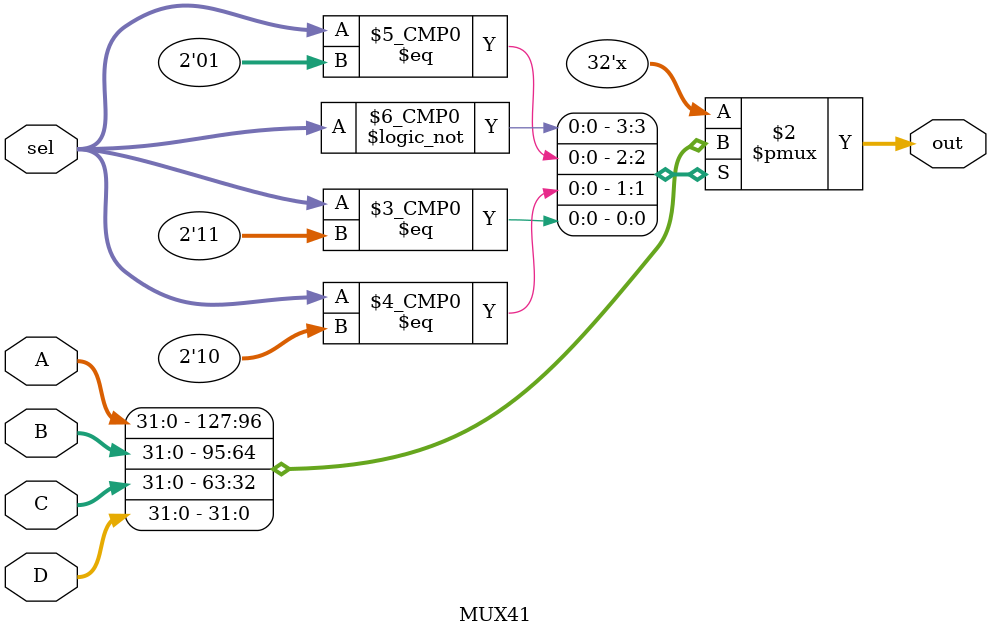
<source format=v>
module MUX41
#(parameter W=32)
(
 input [W-1:0] A,
 input [W-1:0] B,
 input [W-1:0] C,
 input [W-1:0] D,
 input [1:0]sel,
 output reg [W-1:0] out);

always @ (A or B or C or D or sel) 
	case (sel) 
	0 : out = A; 
	1 : out = B; 
	2 : out = C; 
	3 : out = D; 
	default : $display("Error in SEL: %b", sel); 
endcase

endmodule
</source>
